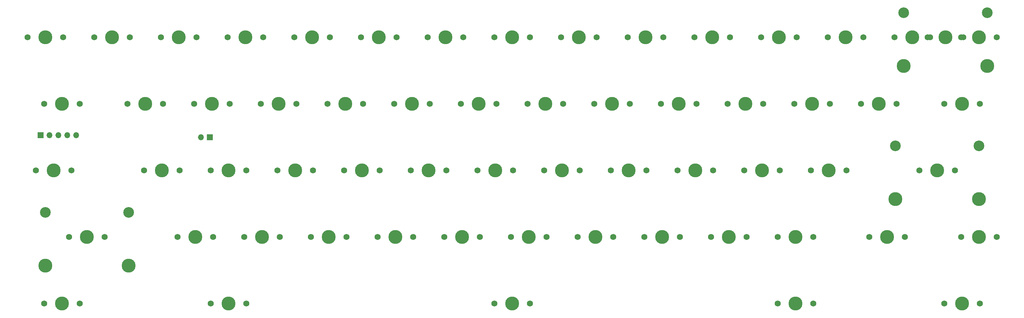
<source format=gts>
G04 #@! TF.GenerationSoftware,KiCad,Pcbnew,(7.0.0-0)*
G04 #@! TF.CreationDate,2023-05-06T17:41:53-07:00*
G04 #@! TF.ProjectId,popstar,706f7073-7461-4722-9e6b-696361645f70,rev?*
G04 #@! TF.SameCoordinates,Original*
G04 #@! TF.FileFunction,Soldermask,Top*
G04 #@! TF.FilePolarity,Negative*
%FSLAX46Y46*%
G04 Gerber Fmt 4.6, Leading zero omitted, Abs format (unit mm)*
G04 Created by KiCad (PCBNEW (7.0.0-0)) date 2023-05-06 17:41:53*
%MOMM*%
%LPD*%
G01*
G04 APERTURE LIST*
%ADD10C,1.750000*%
%ADD11C,3.987800*%
%ADD12C,3.048000*%
%ADD13R,1.700000X1.700000*%
%ADD14O,1.700000X1.700000*%
G04 APERTURE END LIST*
D10*
G04 #@! TO.C,SW15*
X293370000Y-41275000D03*
D11*
X298450000Y-41275000D03*
D10*
X303530000Y-41275000D03*
G04 #@! TD*
G04 #@! TO.C,SW22*
X140970000Y-60325000D03*
D11*
X146050000Y-60325000D03*
D10*
X151130000Y-60325000D03*
G04 #@! TD*
D12*
G04 #@! TO.C,S1*
X286543750Y-34290000D03*
D11*
X286543750Y-49530000D03*
D12*
X310356250Y-34290000D03*
D11*
X310356250Y-49530000D03*
G04 #@! TD*
D10*
G04 #@! TO.C,SW55*
X302895000Y-98425000D03*
D11*
X307975000Y-98425000D03*
D10*
X313055000Y-98425000D03*
G04 #@! TD*
G04 #@! TO.C,SW29*
X274320000Y-60325000D03*
D11*
X279400000Y-60325000D03*
D10*
X284480000Y-60325000D03*
G04 #@! TD*
G04 #@! TO.C,SW33*
X107632500Y-79375000D03*
D11*
X112712500Y-79375000D03*
D10*
X117792500Y-79375000D03*
G04 #@! TD*
G04 #@! TO.C,SW25*
X198120000Y-60325000D03*
D11*
X203200000Y-60325000D03*
D10*
X208280000Y-60325000D03*
G04 #@! TD*
G04 #@! TO.C,SW53*
X250507500Y-98425000D03*
D11*
X255587500Y-98425000D03*
D10*
X260667500Y-98425000D03*
G04 #@! TD*
G04 #@! TO.C,SW17*
X40957500Y-60325000D03*
D11*
X46037500Y-60325000D03*
D10*
X51117500Y-60325000D03*
G04 #@! TD*
G04 #@! TO.C,SW41*
X260032500Y-79375000D03*
D11*
X265112500Y-79375000D03*
D10*
X270192500Y-79375000D03*
G04 #@! TD*
D12*
G04 #@! TO.C,S2*
X284162500Y-72390000D03*
D11*
X284162500Y-87630000D03*
D12*
X307975000Y-72390000D03*
D11*
X307975000Y-87630000D03*
G04 #@! TD*
D10*
G04 #@! TO.C,SW36*
X164782500Y-79375000D03*
D11*
X169862500Y-79375000D03*
D10*
X174942500Y-79375000D03*
G04 #@! TD*
G04 #@! TO.C,SW47*
X136207500Y-98425000D03*
D11*
X141287500Y-98425000D03*
D10*
X146367500Y-98425000D03*
G04 #@! TD*
G04 #@! TO.C,SW11*
X207645000Y-41275000D03*
D11*
X212725000Y-41275000D03*
D10*
X217805000Y-41275000D03*
G04 #@! TD*
G04 #@! TO.C,SW45*
X98107500Y-98425000D03*
D11*
X103187500Y-98425000D03*
D10*
X108267500Y-98425000D03*
G04 #@! TD*
G04 #@! TO.C,SW57*
X88582500Y-117475000D03*
D11*
X93662500Y-117475000D03*
D10*
X98742500Y-117475000D03*
G04 #@! TD*
G04 #@! TO.C,SW56*
X40957500Y-117475000D03*
D11*
X46037500Y-117475000D03*
D10*
X51117500Y-117475000D03*
G04 #@! TD*
G04 #@! TO.C,SW24*
X179070000Y-60325000D03*
D11*
X184150000Y-60325000D03*
D10*
X189230000Y-60325000D03*
G04 #@! TD*
G04 #@! TO.C,SW59*
X250507500Y-117475000D03*
D11*
X255587500Y-117475000D03*
D10*
X260667500Y-117475000D03*
G04 #@! TD*
G04 #@! TO.C,SW7*
X131445000Y-41275000D03*
D11*
X136525000Y-41275000D03*
D10*
X141605000Y-41275000D03*
G04 #@! TD*
G04 #@! TO.C,SW20*
X102870000Y-60325000D03*
D11*
X107950000Y-60325000D03*
D10*
X113030000Y-60325000D03*
G04 #@! TD*
G04 #@! TO.C,SW2*
X36195000Y-41275000D03*
D11*
X41275000Y-41275000D03*
D10*
X46355000Y-41275000D03*
G04 #@! TD*
G04 #@! TO.C,SW31*
X69532500Y-79375000D03*
D11*
X74612500Y-79375000D03*
D10*
X79692500Y-79375000D03*
G04 #@! TD*
G04 #@! TO.C,SW27*
X236220000Y-60325000D03*
D11*
X241300000Y-60325000D03*
D10*
X246380000Y-60325000D03*
G04 #@! TD*
G04 #@! TO.C,SW32*
X88582500Y-79375000D03*
D11*
X93662500Y-79375000D03*
D10*
X98742500Y-79375000D03*
G04 #@! TD*
G04 #@! TO.C,SW34*
X126682500Y-79375000D03*
D11*
X131762500Y-79375000D03*
D10*
X136842500Y-79375000D03*
G04 #@! TD*
G04 #@! TO.C,SW37*
X183832500Y-79375000D03*
D11*
X188912500Y-79375000D03*
D10*
X193992500Y-79375000D03*
G04 #@! TD*
G04 #@! TO.C,SW10*
X188595000Y-41275000D03*
D11*
X193675000Y-41275000D03*
D10*
X198755000Y-41275000D03*
G04 #@! TD*
G04 #@! TO.C,SW21*
X121920000Y-60325000D03*
D11*
X127000000Y-60325000D03*
D10*
X132080000Y-60325000D03*
G04 #@! TD*
G04 #@! TO.C,SW3*
X55245000Y-41275000D03*
D11*
X60325000Y-41275000D03*
D10*
X65405000Y-41275000D03*
G04 #@! TD*
G04 #@! TO.C,SW38*
X202882500Y-79375000D03*
D11*
X207962500Y-79375000D03*
D10*
X213042500Y-79375000D03*
G04 #@! TD*
G04 #@! TO.C,SW50*
X193357500Y-98425000D03*
D11*
X198437500Y-98425000D03*
D10*
X203517500Y-98425000D03*
G04 #@! TD*
G04 #@! TO.C,SW52*
X231457500Y-98425000D03*
D11*
X236537500Y-98425000D03*
D10*
X241617500Y-98425000D03*
G04 #@! TD*
G04 #@! TO.C,SW13*
X245745000Y-41275000D03*
D11*
X250825000Y-41275000D03*
D10*
X255905000Y-41275000D03*
G04 #@! TD*
G04 #@! TO.C,SW35*
X145732500Y-79375000D03*
D11*
X150812500Y-79375000D03*
D10*
X155892500Y-79375000D03*
G04 #@! TD*
G04 #@! TO.C,SW39*
X221932500Y-79375000D03*
D11*
X227012500Y-79375000D03*
D10*
X232092500Y-79375000D03*
G04 #@! TD*
G04 #@! TO.C,SW23*
X160020000Y-60325000D03*
D11*
X165100000Y-60325000D03*
D10*
X170180000Y-60325000D03*
G04 #@! TD*
G04 #@! TO.C,SW51*
X212407500Y-98425000D03*
D11*
X217487500Y-98425000D03*
D10*
X222567500Y-98425000D03*
G04 #@! TD*
G04 #@! TO.C,SW43*
X48101250Y-98425000D03*
D11*
X53181250Y-98425000D03*
D10*
X58261250Y-98425000D03*
G04 #@! TD*
G04 #@! TO.C,SW61*
X302895000Y-41275000D03*
D11*
X307975000Y-41275000D03*
D10*
X313055000Y-41275000D03*
G04 #@! TD*
G04 #@! TO.C,SW44*
X79057500Y-98425000D03*
D11*
X84137500Y-98425000D03*
D10*
X89217500Y-98425000D03*
G04 #@! TD*
G04 #@! TO.C,SW58*
X169545000Y-117475000D03*
D11*
X174625000Y-117475000D03*
D10*
X179705000Y-117475000D03*
G04 #@! TD*
G04 #@! TO.C,SW18*
X64770000Y-60325000D03*
D11*
X69850000Y-60325000D03*
D10*
X74930000Y-60325000D03*
G04 #@! TD*
G04 #@! TO.C,SW5*
X93345000Y-41275000D03*
D11*
X98425000Y-41275000D03*
D10*
X103505000Y-41275000D03*
G04 #@! TD*
G04 #@! TO.C,SW6*
X112395000Y-41275000D03*
D11*
X117475000Y-41275000D03*
D10*
X122555000Y-41275000D03*
G04 #@! TD*
G04 #@! TO.C,SW28*
X255270000Y-60325000D03*
D11*
X260350000Y-60325000D03*
D10*
X265430000Y-60325000D03*
G04 #@! TD*
G04 #@! TO.C,SW48*
X155257500Y-98425000D03*
D11*
X160337500Y-98425000D03*
D10*
X165417500Y-98425000D03*
G04 #@! TD*
G04 #@! TO.C,SW60*
X298132500Y-117475000D03*
D11*
X303212500Y-117475000D03*
D10*
X308292500Y-117475000D03*
G04 #@! TD*
G04 #@! TO.C,SW49*
X174307500Y-98425000D03*
D11*
X179387500Y-98425000D03*
D10*
X184467500Y-98425000D03*
G04 #@! TD*
G04 #@! TO.C,SW30*
X38576250Y-79375000D03*
D11*
X43656250Y-79375000D03*
D10*
X48736250Y-79375000D03*
G04 #@! TD*
G04 #@! TO.C,SW26*
X217170000Y-60325000D03*
D11*
X222250000Y-60325000D03*
D10*
X227330000Y-60325000D03*
G04 #@! TD*
G04 #@! TO.C,SW62*
X298132500Y-60325000D03*
D11*
X303212500Y-60325000D03*
D10*
X308292500Y-60325000D03*
G04 #@! TD*
G04 #@! TO.C,SW16*
X283845000Y-41275000D03*
D11*
X288925000Y-41275000D03*
D10*
X294005000Y-41275000D03*
G04 #@! TD*
G04 #@! TO.C,SW14*
X264795000Y-41275000D03*
D11*
X269875000Y-41275000D03*
D10*
X274955000Y-41275000D03*
G04 #@! TD*
G04 #@! TO.C,SW46*
X117157500Y-98425000D03*
D11*
X122237500Y-98425000D03*
D10*
X127317500Y-98425000D03*
G04 #@! TD*
G04 #@! TO.C,SW40*
X240982500Y-79375000D03*
D11*
X246062500Y-79375000D03*
D10*
X251142500Y-79375000D03*
G04 #@! TD*
D12*
G04 #@! TO.C,S4*
X41275000Y-91440000D03*
D11*
X41275000Y-106680000D03*
D12*
X65087500Y-91440000D03*
D11*
X65087500Y-106680000D03*
G04 #@! TD*
D10*
G04 #@! TO.C,SW12*
X226695000Y-41275000D03*
D11*
X231775000Y-41275000D03*
D10*
X236855000Y-41275000D03*
G04 #@! TD*
G04 #@! TO.C,SW9*
X169545000Y-41275000D03*
D11*
X174625000Y-41275000D03*
D10*
X179705000Y-41275000D03*
G04 #@! TD*
G04 #@! TO.C,SW19*
X83820000Y-60325000D03*
D11*
X88900000Y-60325000D03*
D10*
X93980000Y-60325000D03*
G04 #@! TD*
G04 #@! TO.C,SW42*
X290988750Y-79375000D03*
D11*
X296068750Y-79375000D03*
D10*
X301148750Y-79375000D03*
G04 #@! TD*
G04 #@! TO.C,SW4*
X74295000Y-41275000D03*
D11*
X79375000Y-41275000D03*
D10*
X84455000Y-41275000D03*
G04 #@! TD*
G04 #@! TO.C,SW8*
X150495000Y-41275000D03*
D11*
X155575000Y-41275000D03*
D10*
X160655000Y-41275000D03*
G04 #@! TD*
G04 #@! TO.C,SW54*
X276701250Y-98425000D03*
D11*
X281781250Y-98425000D03*
D10*
X286861250Y-98425000D03*
G04 #@! TD*
D13*
G04 #@! TO.C,J2*
X39919999Y-69341999D03*
D14*
X42459999Y-69341999D03*
X44999999Y-69341999D03*
X47539999Y-69341999D03*
X50079999Y-69341999D03*
G04 #@! TD*
D13*
G04 #@! TO.C,SW1*
X88336249Y-69874999D03*
D14*
X85796249Y-69874999D03*
G04 #@! TD*
M02*

</source>
